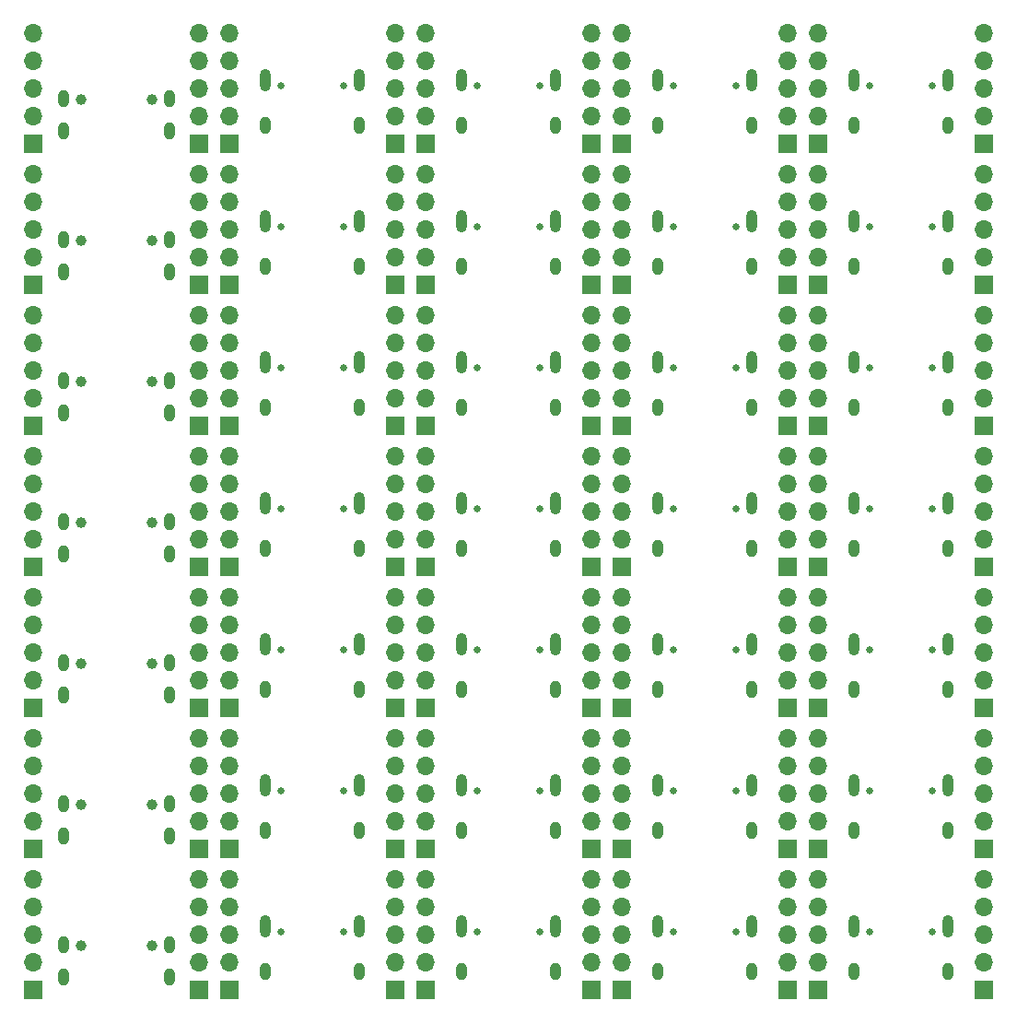
<source format=gbr>
%TF.GenerationSoftware,KiCad,Pcbnew,(6.0.7)*%
%TF.CreationDate,2022-11-03T07:54:49+08:00*%
%TF.ProjectId,panelization,70616e65-6c69-47a6-9174-696f6e2e6b69,rev?*%
%TF.SameCoordinates,Original*%
%TF.FileFunction,Soldermask,Bot*%
%TF.FilePolarity,Negative*%
%FSLAX46Y46*%
G04 Gerber Fmt 4.6, Leading zero omitted, Abs format (unit mm)*
G04 Created by KiCad (PCBNEW (6.0.7)) date 2022-11-03 07:54:49*
%MOMM*%
%LPD*%
G01*
G04 APERTURE LIST*
%ADD10C,0.650000*%
%ADD11O,1.000000X1.600000*%
%ADD12O,1.000000X2.100000*%
%ADD13C,1.000000*%
%ADD14R,1.700000X1.700000*%
%ADD15O,1.700000X1.700000*%
G04 APERTURE END LIST*
D10*
%TO.C,J49*%
X135667000Y-98365000D03*
X141447000Y-98365000D03*
D11*
X142877000Y-102015000D03*
D12*
X142877000Y-97835000D03*
D11*
X134237000Y-102015000D03*
D12*
X134237000Y-97835000D03*
%TD*%
D13*
%TO.C,J74*%
X99239000Y-125548500D03*
X105739000Y-125548500D03*
D11*
X97594000Y-125448500D03*
X97594000Y-128448500D03*
X107384000Y-125448500D03*
X107384000Y-128448500D03*
%TD*%
D10*
%TO.C,J100*%
X171735000Y-137227000D03*
X177515000Y-137227000D03*
D12*
X170305000Y-136697000D03*
D11*
X170305000Y-140877000D03*
X178945000Y-140877000D03*
D12*
X178945000Y-136697000D03*
%TD*%
D10*
%TO.C,J7*%
X159481000Y-59503000D03*
X153701000Y-59503000D03*
D12*
X152271000Y-58973000D03*
D11*
X160911000Y-63153000D03*
D12*
X160911000Y-58973000D03*
D11*
X152271000Y-63153000D03*
%TD*%
D10*
%TO.C,J28*%
X117633000Y-85411000D03*
X123413000Y-85411000D03*
D11*
X124843000Y-89061000D03*
D12*
X116203000Y-84881000D03*
X124843000Y-84881000D03*
D11*
X116203000Y-89061000D03*
%TD*%
D10*
%TO.C,J19*%
X141447000Y-72457000D03*
X135667000Y-72457000D03*
D11*
X142877000Y-76107000D03*
D12*
X134237000Y-71927000D03*
D11*
X134237000Y-76107000D03*
D12*
X142877000Y-71927000D03*
%TD*%
D10*
%TO.C,J1*%
X123413000Y-59503000D03*
X117633000Y-59503000D03*
D12*
X116203000Y-58973000D03*
X124843000Y-58973000D03*
D11*
X124843000Y-63153000D03*
X116203000Y-63153000D03*
%TD*%
D10*
%TO.C,J94*%
X141447000Y-137227000D03*
X135667000Y-137227000D03*
D11*
X134237000Y-140877000D03*
X142877000Y-140877000D03*
D12*
X142877000Y-136697000D03*
X134237000Y-136697000D03*
%TD*%
D10*
%TO.C,J13*%
X117633000Y-72457000D03*
X123413000Y-72457000D03*
D11*
X116203000Y-76107000D03*
D12*
X116203000Y-71927000D03*
X124843000Y-71927000D03*
D11*
X124843000Y-76107000D03*
%TD*%
D10*
%TO.C,J55*%
X171735000Y-98365000D03*
X177515000Y-98365000D03*
D11*
X178945000Y-102015000D03*
D12*
X178945000Y-97835000D03*
X170305000Y-97835000D03*
D11*
X170305000Y-102015000D03*
%TD*%
D10*
%TO.C,J40*%
X177515000Y-85411000D03*
X171735000Y-85411000D03*
D11*
X170305000Y-89061000D03*
D12*
X178945000Y-84881000D03*
X170305000Y-84881000D03*
D11*
X178945000Y-89061000D03*
%TD*%
D10*
%TO.C,J88*%
X123413000Y-137227000D03*
X117633000Y-137227000D03*
D11*
X116203000Y-140877000D03*
D12*
X124843000Y-136697000D03*
X116203000Y-136697000D03*
D11*
X124843000Y-140877000D03*
%TD*%
D13*
%TO.C,J29*%
X105739000Y-86686500D03*
X99239000Y-86686500D03*
D11*
X97594000Y-89586500D03*
X107384000Y-89586500D03*
X107384000Y-86586500D03*
X97594000Y-86586500D03*
%TD*%
D13*
%TO.C,J14*%
X105739000Y-73732500D03*
X99239000Y-73732500D03*
D11*
X107384000Y-76632500D03*
X97594000Y-73632500D03*
X97594000Y-76632500D03*
X107384000Y-73632500D03*
%TD*%
D13*
%TO.C,J59*%
X99239000Y-112594500D03*
X105739000Y-112594500D03*
D11*
X97594000Y-115494500D03*
X107384000Y-115494500D03*
X107384000Y-112494500D03*
X97594000Y-112494500D03*
%TD*%
D10*
%TO.C,J52*%
X159481000Y-98365000D03*
X153701000Y-98365000D03*
D11*
X160911000Y-102015000D03*
D12*
X160911000Y-97835000D03*
D11*
X152271000Y-102015000D03*
D12*
X152271000Y-97835000D03*
%TD*%
D10*
%TO.C,J37*%
X153701000Y-85411000D03*
X159481000Y-85411000D03*
D11*
X152271000Y-89061000D03*
X160911000Y-89061000D03*
D12*
X160911000Y-84881000D03*
X152271000Y-84881000D03*
%TD*%
D13*
%TO.C,J1*%
X105739000Y-60778500D03*
X99239000Y-60778500D03*
D11*
X97594000Y-60678500D03*
X107384000Y-60678500D03*
X107384000Y-63678500D03*
X97594000Y-63678500D03*
%TD*%
D10*
%TO.C,J58*%
X123413000Y-111319000D03*
X117633000Y-111319000D03*
D11*
X124843000Y-114969000D03*
D12*
X116203000Y-110789000D03*
X124843000Y-110789000D03*
D11*
X116203000Y-114969000D03*
%TD*%
D10*
%TO.C,J79*%
X141447000Y-124273000D03*
X135667000Y-124273000D03*
D11*
X142877000Y-127923000D03*
D12*
X142877000Y-123743000D03*
D11*
X134237000Y-127923000D03*
D12*
X134237000Y-123743000D03*
%TD*%
D10*
%TO.C,J43*%
X117633000Y-98365000D03*
X123413000Y-98365000D03*
D12*
X116203000Y-97835000D03*
D11*
X124843000Y-102015000D03*
X116203000Y-102015000D03*
D12*
X124843000Y-97835000D03*
%TD*%
D10*
%TO.C,J4*%
X141447000Y-59503000D03*
X135667000Y-59503000D03*
D11*
X134237000Y-63153000D03*
D12*
X142877000Y-58973000D03*
X134237000Y-58973000D03*
D11*
X142877000Y-63153000D03*
%TD*%
D10*
%TO.C,J64*%
X141447000Y-111319000D03*
X135667000Y-111319000D03*
D12*
X142877000Y-110789000D03*
X134237000Y-110789000D03*
D11*
X142877000Y-114969000D03*
X134237000Y-114969000D03*
%TD*%
D10*
%TO.C,J22*%
X159481000Y-72457000D03*
X153701000Y-72457000D03*
D12*
X152271000Y-71927000D03*
D11*
X152271000Y-76107000D03*
X160911000Y-76107000D03*
D12*
X160911000Y-71927000D03*
%TD*%
D13*
%TO.C,J89*%
X105739000Y-138502500D03*
X99239000Y-138502500D03*
D11*
X97594000Y-138402500D03*
X107384000Y-138402500D03*
X107384000Y-141402500D03*
X97594000Y-141402500D03*
%TD*%
D10*
%TO.C,J10*%
X171735000Y-59503000D03*
X177515000Y-59503000D03*
D12*
X170305000Y-58973000D03*
D11*
X170305000Y-63153000D03*
D12*
X178945000Y-58973000D03*
D11*
X178945000Y-63153000D03*
%TD*%
D10*
%TO.C,J34*%
X135667000Y-85411000D03*
X141447000Y-85411000D03*
D11*
X142877000Y-89061000D03*
D12*
X134237000Y-84881000D03*
D11*
X134237000Y-89061000D03*
D12*
X142877000Y-84881000D03*
%TD*%
D10*
%TO.C,J25*%
X177515000Y-72457000D03*
X171735000Y-72457000D03*
D11*
X170305000Y-76107000D03*
D12*
X170305000Y-71927000D03*
X178945000Y-71927000D03*
D11*
X178945000Y-76107000D03*
%TD*%
D10*
%TO.C,J73*%
X117633000Y-124273000D03*
X123413000Y-124273000D03*
D12*
X124843000Y-123743000D03*
D11*
X116203000Y-127923000D03*
D12*
X116203000Y-123743000D03*
D11*
X124843000Y-127923000D03*
%TD*%
D10*
%TO.C,J97*%
X159481000Y-137227000D03*
X153701000Y-137227000D03*
D11*
X160911000Y-140877000D03*
D12*
X160911000Y-136697000D03*
X152271000Y-136697000D03*
D11*
X152271000Y-140877000D03*
%TD*%
D10*
%TO.C,J67*%
X153701000Y-111319000D03*
X159481000Y-111319000D03*
D12*
X160911000Y-110789000D03*
X152271000Y-110789000D03*
D11*
X152271000Y-114969000D03*
X160911000Y-114969000D03*
%TD*%
D13*
%TO.C,J44*%
X105739000Y-99640500D03*
X99239000Y-99640500D03*
D11*
X107384000Y-99540500D03*
X107384000Y-102540500D03*
X97594000Y-102540500D03*
X97594000Y-99540500D03*
%TD*%
D10*
%TO.C,J85*%
X177515000Y-124273000D03*
X171735000Y-124273000D03*
D11*
X170305000Y-127923000D03*
D12*
X178945000Y-123743000D03*
D11*
X178945000Y-127923000D03*
D12*
X170305000Y-123743000D03*
%TD*%
D10*
%TO.C,J82*%
X153701000Y-124273000D03*
X159481000Y-124273000D03*
D11*
X160911000Y-127923000D03*
D12*
X160911000Y-123743000D03*
X152271000Y-123743000D03*
D11*
X152271000Y-127923000D03*
%TD*%
D10*
%TO.C,J70*%
X171735000Y-111319000D03*
X177515000Y-111319000D03*
D11*
X170305000Y-114969000D03*
X178945000Y-114969000D03*
D12*
X178945000Y-110789000D03*
X170305000Y-110789000D03*
%TD*%
D14*
%TO.C,J92*%
X94869000Y-142621000D03*
D15*
X94869000Y-140081000D03*
X94869000Y-137541000D03*
X94869000Y-135001000D03*
X94869000Y-132461000D03*
%TD*%
D14*
%TO.C,J46*%
X128143000Y-103754000D03*
D15*
X128143000Y-101214000D03*
X128143000Y-98674000D03*
X128143000Y-96134000D03*
X128143000Y-93594000D03*
%TD*%
D14*
%TO.C,J42*%
X167005000Y-90805000D03*
D15*
X167005000Y-88265000D03*
X167005000Y-85725000D03*
X167005000Y-83185000D03*
X167005000Y-80645000D03*
%TD*%
D14*
%TO.C,J56*%
X182245000Y-103754000D03*
D15*
X182245000Y-101214000D03*
X182245000Y-98674000D03*
X182245000Y-96134000D03*
X182245000Y-93594000D03*
%TD*%
D14*
%TO.C,J30*%
X110109000Y-90800000D03*
D15*
X110109000Y-88260000D03*
X110109000Y-85720000D03*
X110109000Y-83180000D03*
X110109000Y-80640000D03*
%TD*%
D14*
%TO.C,J23*%
X164211000Y-77846000D03*
D15*
X164211000Y-75306000D03*
X164211000Y-72766000D03*
X164211000Y-70226000D03*
X164211000Y-67686000D03*
%TD*%
D14*
%TO.C,J38*%
X164211000Y-90800000D03*
D15*
X164211000Y-88260000D03*
X164211000Y-85720000D03*
X164211000Y-83180000D03*
X164211000Y-80640000D03*
%TD*%
D14*
%TO.C,J71*%
X182245000Y-116708000D03*
D15*
X182245000Y-114168000D03*
X182245000Y-111628000D03*
X182245000Y-109088000D03*
X182245000Y-106548000D03*
%TD*%
D14*
%TO.C,J5*%
X146177000Y-64892000D03*
D15*
X146177000Y-62352000D03*
X146177000Y-59812000D03*
X146177000Y-57272000D03*
X146177000Y-54732000D03*
%TD*%
D14*
%TO.C,J12*%
X167005000Y-64897000D03*
D15*
X167005000Y-62357000D03*
X167005000Y-59817000D03*
X167005000Y-57277000D03*
X167005000Y-54737000D03*
%TD*%
D14*
%TO.C,J26*%
X182245000Y-77846000D03*
D15*
X182245000Y-75306000D03*
X182245000Y-72766000D03*
X182245000Y-70226000D03*
X182245000Y-67686000D03*
%TD*%
D14*
%TO.C,J84*%
X148971000Y-129667000D03*
D15*
X148971000Y-127127000D03*
X148971000Y-124587000D03*
X148971000Y-122047000D03*
X148971000Y-119507000D03*
%TD*%
D14*
%TO.C,J80*%
X146177000Y-129662000D03*
D15*
X146177000Y-127122000D03*
X146177000Y-124582000D03*
X146177000Y-122042000D03*
X146177000Y-119502000D03*
%TD*%
D14*
%TO.C,J3*%
X112903000Y-64897000D03*
D15*
X112903000Y-62357000D03*
X112903000Y-59817000D03*
X112903000Y-57277000D03*
X112903000Y-54737000D03*
%TD*%
D14*
%TO.C,J102*%
X167005000Y-142621000D03*
D15*
X167005000Y-140081000D03*
X167005000Y-137541000D03*
X167005000Y-135001000D03*
X167005000Y-132461000D03*
%TD*%
D14*
%TO.C,J35*%
X146177000Y-90800000D03*
D15*
X146177000Y-88260000D03*
X146177000Y-85720000D03*
X146177000Y-83180000D03*
X146177000Y-80640000D03*
%TD*%
D14*
%TO.C,J31*%
X128143000Y-90800000D03*
D15*
X128143000Y-88260000D03*
X128143000Y-85720000D03*
X128143000Y-83180000D03*
X128143000Y-80640000D03*
%TD*%
D14*
%TO.C,J2*%
X110109000Y-64892000D03*
D15*
X110109000Y-62352000D03*
X110109000Y-59812000D03*
X110109000Y-57272000D03*
X110109000Y-54732000D03*
%TD*%
D14*
%TO.C,J66*%
X130937000Y-116713000D03*
D15*
X130937000Y-114173000D03*
X130937000Y-111633000D03*
X130937000Y-109093000D03*
X130937000Y-106553000D03*
%TD*%
D14*
%TO.C,J61*%
X128143000Y-116708000D03*
D15*
X128143000Y-114168000D03*
X128143000Y-111628000D03*
X128143000Y-109088000D03*
X128143000Y-106548000D03*
%TD*%
D14*
%TO.C,J69*%
X148971000Y-116713000D03*
D15*
X148971000Y-114173000D03*
X148971000Y-111633000D03*
X148971000Y-109093000D03*
X148971000Y-106553000D03*
%TD*%
D14*
%TO.C,J20*%
X146177000Y-77846000D03*
D15*
X146177000Y-75306000D03*
X146177000Y-72766000D03*
X146177000Y-70226000D03*
X146177000Y-67686000D03*
%TD*%
D14*
%TO.C,J75*%
X110109000Y-129662000D03*
D15*
X110109000Y-127122000D03*
X110109000Y-124582000D03*
X110109000Y-122042000D03*
X110109000Y-119502000D03*
%TD*%
D14*
%TO.C,J11*%
X182245000Y-64892000D03*
D15*
X182245000Y-62352000D03*
X182245000Y-59812000D03*
X182245000Y-57272000D03*
X182245000Y-54732000D03*
%TD*%
D14*
%TO.C,J45*%
X110109000Y-103754000D03*
D15*
X110109000Y-101214000D03*
X110109000Y-98674000D03*
X110109000Y-96134000D03*
X110109000Y-93594000D03*
%TD*%
D14*
%TO.C,J72*%
X167005000Y-116713000D03*
D15*
X167005000Y-114173000D03*
X167005000Y-111633000D03*
X167005000Y-109093000D03*
X167005000Y-106553000D03*
%TD*%
D14*
%TO.C,J24*%
X148971000Y-77851000D03*
D15*
X148971000Y-75311000D03*
X148971000Y-72771000D03*
X148971000Y-70231000D03*
X148971000Y-67691000D03*
%TD*%
D14*
%TO.C,J87*%
X167005000Y-129667000D03*
D15*
X167005000Y-127127000D03*
X167005000Y-124587000D03*
X167005000Y-122047000D03*
X167005000Y-119507000D03*
%TD*%
D14*
%TO.C,J95*%
X146177000Y-142616000D03*
D15*
X146177000Y-140076000D03*
X146177000Y-137536000D03*
X146177000Y-134996000D03*
X146177000Y-132456000D03*
%TD*%
D14*
%TO.C,J17*%
X94869000Y-77851000D03*
D15*
X94869000Y-75311000D03*
X94869000Y-72771000D03*
X94869000Y-70231000D03*
X94869000Y-67691000D03*
%TD*%
D14*
%TO.C,J48*%
X112903000Y-103759000D03*
D15*
X112903000Y-101219000D03*
X112903000Y-98679000D03*
X112903000Y-96139000D03*
X112903000Y-93599000D03*
%TD*%
D14*
%TO.C,J65*%
X146177000Y-116708000D03*
D15*
X146177000Y-114168000D03*
X146177000Y-111628000D03*
X146177000Y-109088000D03*
X146177000Y-106548000D03*
%TD*%
D14*
%TO.C,J36*%
X130937000Y-90805000D03*
D15*
X130937000Y-88265000D03*
X130937000Y-85725000D03*
X130937000Y-83185000D03*
X130937000Y-80645000D03*
%TD*%
D14*
%TO.C,J93*%
X112903000Y-142621000D03*
D15*
X112903000Y-140081000D03*
X112903000Y-137541000D03*
X112903000Y-135001000D03*
X112903000Y-132461000D03*
%TD*%
D14*
%TO.C,J98*%
X164211000Y-142616000D03*
D15*
X164211000Y-140076000D03*
X164211000Y-137536000D03*
X164211000Y-134996000D03*
X164211000Y-132456000D03*
%TD*%
D14*
%TO.C,J68*%
X164211000Y-116708000D03*
D15*
X164211000Y-114168000D03*
X164211000Y-111628000D03*
X164211000Y-109088000D03*
X164211000Y-106548000D03*
%TD*%
D14*
%TO.C,J101*%
X182245000Y-142616000D03*
D15*
X182245000Y-140076000D03*
X182245000Y-137536000D03*
X182245000Y-134996000D03*
X182245000Y-132456000D03*
%TD*%
D14*
%TO.C,J77*%
X94869000Y-129667000D03*
D15*
X94869000Y-127127000D03*
X94869000Y-124587000D03*
X94869000Y-122047000D03*
X94869000Y-119507000D03*
%TD*%
D14*
%TO.C,J81*%
X130937000Y-129667000D03*
D15*
X130937000Y-127127000D03*
X130937000Y-124587000D03*
X130937000Y-122047000D03*
X130937000Y-119507000D03*
%TD*%
D14*
%TO.C,J76*%
X128143000Y-129662000D03*
D15*
X128143000Y-127122000D03*
X128143000Y-124582000D03*
X128143000Y-122042000D03*
X128143000Y-119502000D03*
%TD*%
D14*
%TO.C,J27*%
X167005000Y-77851000D03*
D15*
X167005000Y-75311000D03*
X167005000Y-72771000D03*
X167005000Y-70231000D03*
X167005000Y-67691000D03*
%TD*%
D14*
%TO.C,J83*%
X164211000Y-129662000D03*
D15*
X164211000Y-127122000D03*
X164211000Y-124582000D03*
X164211000Y-122042000D03*
X164211000Y-119502000D03*
%TD*%
D14*
%TO.C,J54*%
X148971000Y-103759000D03*
D15*
X148971000Y-101219000D03*
X148971000Y-98679000D03*
X148971000Y-96139000D03*
X148971000Y-93599000D03*
%TD*%
D14*
%TO.C,J99*%
X148971000Y-142621000D03*
D15*
X148971000Y-140081000D03*
X148971000Y-137541000D03*
X148971000Y-135001000D03*
X148971000Y-132461000D03*
%TD*%
D14*
%TO.C,J50*%
X146177000Y-103754000D03*
D15*
X146177000Y-101214000D03*
X146177000Y-98674000D03*
X146177000Y-96134000D03*
X146177000Y-93594000D03*
%TD*%
D14*
%TO.C,J63*%
X112903000Y-116713000D03*
D15*
X112903000Y-114173000D03*
X112903000Y-111633000D03*
X112903000Y-109093000D03*
X112903000Y-106553000D03*
%TD*%
D14*
%TO.C,J16*%
X128143000Y-77846000D03*
D15*
X128143000Y-75306000D03*
X128143000Y-72766000D03*
X128143000Y-70226000D03*
X128143000Y-67686000D03*
%TD*%
D14*
%TO.C,J51*%
X130937000Y-103759000D03*
D15*
X130937000Y-101219000D03*
X130937000Y-98679000D03*
X130937000Y-96139000D03*
X130937000Y-93599000D03*
%TD*%
D14*
%TO.C,J90*%
X110109000Y-142616000D03*
D15*
X110109000Y-140076000D03*
X110109000Y-137536000D03*
X110109000Y-134996000D03*
X110109000Y-132456000D03*
%TD*%
D14*
%TO.C,J39*%
X148971000Y-90805000D03*
D15*
X148971000Y-88265000D03*
X148971000Y-85725000D03*
X148971000Y-83185000D03*
X148971000Y-80645000D03*
%TD*%
D14*
%TO.C,J57*%
X167005000Y-103759000D03*
D15*
X167005000Y-101219000D03*
X167005000Y-98679000D03*
X167005000Y-96139000D03*
X167005000Y-93599000D03*
%TD*%
D14*
%TO.C,J91*%
X128143000Y-142616000D03*
D15*
X128143000Y-140076000D03*
X128143000Y-137536000D03*
X128143000Y-134996000D03*
X128143000Y-132456000D03*
%TD*%
D14*
%TO.C,J62*%
X94869000Y-116713000D03*
D15*
X94869000Y-114173000D03*
X94869000Y-111633000D03*
X94869000Y-109093000D03*
X94869000Y-106553000D03*
%TD*%
D14*
%TO.C,J53*%
X164211000Y-103754000D03*
D15*
X164211000Y-101214000D03*
X164211000Y-98674000D03*
X164211000Y-96134000D03*
X164211000Y-93594000D03*
%TD*%
D14*
%TO.C,J96*%
X130937000Y-142621000D03*
D15*
X130937000Y-140081000D03*
X130937000Y-137541000D03*
X130937000Y-135001000D03*
X130937000Y-132461000D03*
%TD*%
D14*
%TO.C,J18*%
X112903000Y-77851000D03*
D15*
X112903000Y-75311000D03*
X112903000Y-72771000D03*
X112903000Y-70231000D03*
X112903000Y-67691000D03*
%TD*%
D14*
%TO.C,J41*%
X182245000Y-90800000D03*
D15*
X182245000Y-88260000D03*
X182245000Y-85720000D03*
X182245000Y-83180000D03*
X182245000Y-80640000D03*
%TD*%
D14*
%TO.C,J47*%
X94869000Y-103759000D03*
D15*
X94869000Y-101219000D03*
X94869000Y-98679000D03*
X94869000Y-96139000D03*
X94869000Y-93599000D03*
%TD*%
D14*
%TO.C,J3*%
X94869000Y-64897000D03*
D15*
X94869000Y-62357000D03*
X94869000Y-59817000D03*
X94869000Y-57277000D03*
X94869000Y-54737000D03*
%TD*%
D14*
%TO.C,J6*%
X130937000Y-64897000D03*
D15*
X130937000Y-62357000D03*
X130937000Y-59817000D03*
X130937000Y-57277000D03*
X130937000Y-54737000D03*
%TD*%
D14*
%TO.C,J15*%
X110109000Y-77846000D03*
D15*
X110109000Y-75306000D03*
X110109000Y-72766000D03*
X110109000Y-70226000D03*
X110109000Y-67686000D03*
%TD*%
D14*
%TO.C,J33*%
X112903000Y-90805000D03*
D15*
X112903000Y-88265000D03*
X112903000Y-85725000D03*
X112903000Y-83185000D03*
X112903000Y-80645000D03*
%TD*%
D14*
%TO.C,J8*%
X164211000Y-64892000D03*
D15*
X164211000Y-62352000D03*
X164211000Y-59812000D03*
X164211000Y-57272000D03*
X164211000Y-54732000D03*
%TD*%
D14*
%TO.C,J32*%
X94869000Y-90805000D03*
D15*
X94869000Y-88265000D03*
X94869000Y-85725000D03*
X94869000Y-83185000D03*
X94869000Y-80645000D03*
%TD*%
D14*
%TO.C,J2*%
X128143000Y-64892000D03*
D15*
X128143000Y-62352000D03*
X128143000Y-59812000D03*
X128143000Y-57272000D03*
X128143000Y-54732000D03*
%TD*%
D14*
%TO.C,J78*%
X112903000Y-129667000D03*
D15*
X112903000Y-127127000D03*
X112903000Y-124587000D03*
X112903000Y-122047000D03*
X112903000Y-119507000D03*
%TD*%
D14*
%TO.C,J60*%
X110109000Y-116708000D03*
D15*
X110109000Y-114168000D03*
X110109000Y-111628000D03*
X110109000Y-109088000D03*
X110109000Y-106548000D03*
%TD*%
D14*
%TO.C,J21*%
X130937000Y-77851000D03*
D15*
X130937000Y-75311000D03*
X130937000Y-72771000D03*
X130937000Y-70231000D03*
X130937000Y-67691000D03*
%TD*%
D14*
%TO.C,J9*%
X148971000Y-64897000D03*
D15*
X148971000Y-62357000D03*
X148971000Y-59817000D03*
X148971000Y-57277000D03*
X148971000Y-54737000D03*
%TD*%
D14*
%TO.C,J86*%
X182245000Y-129662000D03*
D15*
X182245000Y-127122000D03*
X182245000Y-124582000D03*
X182245000Y-122042000D03*
X182245000Y-119502000D03*
%TD*%
M02*

</source>
